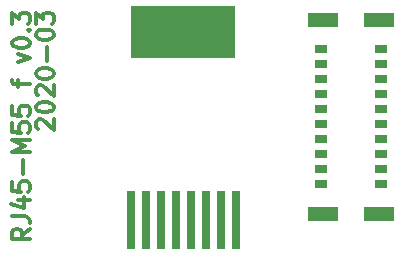
<source format=gbr>
G04 #@! TF.GenerationSoftware,KiCad,Pcbnew,5.1.5*
G04 #@! TF.CreationDate,2020-03-22T18:40:06-04:00*
G04 #@! TF.ProjectId,M55-RJ45,4d35352d-524a-4343-952e-6b696361645f,rev?*
G04 #@! TF.SameCoordinates,Original*
G04 #@! TF.FileFunction,Paste,Top*
G04 #@! TF.FilePolarity,Positive*
%FSLAX46Y46*%
G04 Gerber Fmt 4.6, Leading zero omitted, Abs format (unit mm)*
G04 Created by KiCad (PCBNEW 5.1.5) date 2020-03-22 18:40:06*
%MOMM*%
%LPD*%
G04 APERTURE LIST*
%ADD10C,0.300000*%
%ADD11R,0.760000X5.000000*%
%ADD12R,8.800000X4.500000*%
%ADD13R,1.100000X0.800000*%
%ADD14R,2.500000X1.200000*%
G04 APERTURE END LIST*
D10*
X43321428Y-129337857D02*
X43250000Y-129266428D01*
X43178571Y-129123571D01*
X43178571Y-128766428D01*
X43250000Y-128623571D01*
X43321428Y-128552142D01*
X43464285Y-128480714D01*
X43607142Y-128480714D01*
X43821428Y-128552142D01*
X44678571Y-129409285D01*
X44678571Y-128480714D01*
X43178571Y-127552142D02*
X43178571Y-127409285D01*
X43250000Y-127266428D01*
X43321428Y-127195000D01*
X43464285Y-127123571D01*
X43750000Y-127052142D01*
X44107142Y-127052142D01*
X44392857Y-127123571D01*
X44535714Y-127195000D01*
X44607142Y-127266428D01*
X44678571Y-127409285D01*
X44678571Y-127552142D01*
X44607142Y-127695000D01*
X44535714Y-127766428D01*
X44392857Y-127837857D01*
X44107142Y-127909285D01*
X43750000Y-127909285D01*
X43464285Y-127837857D01*
X43321428Y-127766428D01*
X43250000Y-127695000D01*
X43178571Y-127552142D01*
X43321428Y-126480714D02*
X43250000Y-126409285D01*
X43178571Y-126266428D01*
X43178571Y-125909285D01*
X43250000Y-125766428D01*
X43321428Y-125695000D01*
X43464285Y-125623571D01*
X43607142Y-125623571D01*
X43821428Y-125695000D01*
X44678571Y-126552142D01*
X44678571Y-125623571D01*
X43178571Y-124695000D02*
X43178571Y-124552142D01*
X43250000Y-124409285D01*
X43321428Y-124337857D01*
X43464285Y-124266428D01*
X43750000Y-124195000D01*
X44107142Y-124195000D01*
X44392857Y-124266428D01*
X44535714Y-124337857D01*
X44607142Y-124409285D01*
X44678571Y-124552142D01*
X44678571Y-124695000D01*
X44607142Y-124837857D01*
X44535714Y-124909285D01*
X44392857Y-124980714D01*
X44107142Y-125052142D01*
X43750000Y-125052142D01*
X43464285Y-124980714D01*
X43321428Y-124909285D01*
X43250000Y-124837857D01*
X43178571Y-124695000D01*
X44107142Y-123552142D02*
X44107142Y-122409285D01*
X43178571Y-121409285D02*
X43178571Y-121266428D01*
X43250000Y-121123571D01*
X43321428Y-121052142D01*
X43464285Y-120980714D01*
X43750000Y-120909285D01*
X44107142Y-120909285D01*
X44392857Y-120980714D01*
X44535714Y-121052142D01*
X44607142Y-121123571D01*
X44678571Y-121266428D01*
X44678571Y-121409285D01*
X44607142Y-121552142D01*
X44535714Y-121623571D01*
X44392857Y-121695000D01*
X44107142Y-121766428D01*
X43750000Y-121766428D01*
X43464285Y-121695000D01*
X43321428Y-121623571D01*
X43250000Y-121552142D01*
X43178571Y-121409285D01*
X43178571Y-120409285D02*
X43178571Y-119480714D01*
X43750000Y-119980714D01*
X43750000Y-119766428D01*
X43821428Y-119623571D01*
X43892857Y-119552142D01*
X44035714Y-119480714D01*
X44392857Y-119480714D01*
X44535714Y-119552142D01*
X44607142Y-119623571D01*
X44678571Y-119766428D01*
X44678571Y-120195000D01*
X44607142Y-120337857D01*
X44535714Y-120409285D01*
X42678571Y-137766428D02*
X41964285Y-138266428D01*
X42678571Y-138623571D02*
X41178571Y-138623571D01*
X41178571Y-138052142D01*
X41250000Y-137909285D01*
X41321428Y-137837857D01*
X41464285Y-137766428D01*
X41678571Y-137766428D01*
X41821428Y-137837857D01*
X41892857Y-137909285D01*
X41964285Y-138052142D01*
X41964285Y-138623571D01*
X41178571Y-136695000D02*
X42250000Y-136695000D01*
X42464285Y-136766428D01*
X42607142Y-136909285D01*
X42678571Y-137123571D01*
X42678571Y-137266428D01*
X41678571Y-135337857D02*
X42678571Y-135337857D01*
X41107142Y-135695000D02*
X42178571Y-136052142D01*
X42178571Y-135123571D01*
X41178571Y-133837857D02*
X41178571Y-134552142D01*
X41892857Y-134623571D01*
X41821428Y-134552142D01*
X41750000Y-134409285D01*
X41750000Y-134052142D01*
X41821428Y-133909285D01*
X41892857Y-133837857D01*
X42035714Y-133766428D01*
X42392857Y-133766428D01*
X42535714Y-133837857D01*
X42607142Y-133909285D01*
X42678571Y-134052142D01*
X42678571Y-134409285D01*
X42607142Y-134552142D01*
X42535714Y-134623571D01*
X42107142Y-133123571D02*
X42107142Y-131980714D01*
X42678571Y-131266428D02*
X41178571Y-131266428D01*
X42250000Y-130766428D01*
X41178571Y-130266428D01*
X42678571Y-130266428D01*
X41178571Y-128837857D02*
X41178571Y-129552142D01*
X41892857Y-129623571D01*
X41821428Y-129552142D01*
X41750000Y-129409285D01*
X41750000Y-129052142D01*
X41821428Y-128909285D01*
X41892857Y-128837857D01*
X42035714Y-128766428D01*
X42392857Y-128766428D01*
X42535714Y-128837857D01*
X42607142Y-128909285D01*
X42678571Y-129052142D01*
X42678571Y-129409285D01*
X42607142Y-129552142D01*
X42535714Y-129623571D01*
X41178571Y-127409285D02*
X41178571Y-128123571D01*
X41892857Y-128195000D01*
X41821428Y-128123571D01*
X41750000Y-127980714D01*
X41750000Y-127623571D01*
X41821428Y-127480714D01*
X41892857Y-127409285D01*
X42035714Y-127337857D01*
X42392857Y-127337857D01*
X42535714Y-127409285D01*
X42607142Y-127480714D01*
X42678571Y-127623571D01*
X42678571Y-127980714D01*
X42607142Y-128123571D01*
X42535714Y-128195000D01*
X41678571Y-125766428D02*
X41678571Y-125195000D01*
X42678571Y-125552142D02*
X41392857Y-125552142D01*
X41250000Y-125480714D01*
X41178571Y-125337857D01*
X41178571Y-125195000D01*
X41678571Y-123695000D02*
X42678571Y-123337857D01*
X41678571Y-122980714D01*
X41178571Y-122123571D02*
X41178571Y-121980714D01*
X41250000Y-121837857D01*
X41321428Y-121766428D01*
X41464285Y-121695000D01*
X41750000Y-121623571D01*
X42107142Y-121623571D01*
X42392857Y-121695000D01*
X42535714Y-121766428D01*
X42607142Y-121837857D01*
X42678571Y-121980714D01*
X42678571Y-122123571D01*
X42607142Y-122266428D01*
X42535714Y-122337857D01*
X42392857Y-122409285D01*
X42107142Y-122480714D01*
X41750000Y-122480714D01*
X41464285Y-122409285D01*
X41321428Y-122337857D01*
X41250000Y-122266428D01*
X41178571Y-122123571D01*
X42535714Y-120980714D02*
X42607142Y-120909285D01*
X42678571Y-120980714D01*
X42607142Y-121052142D01*
X42535714Y-120980714D01*
X42678571Y-120980714D01*
X41178571Y-120409285D02*
X41178571Y-119480714D01*
X41750000Y-119980714D01*
X41750000Y-119766428D01*
X41821428Y-119623571D01*
X41892857Y-119552142D01*
X42035714Y-119480714D01*
X42392857Y-119480714D01*
X42535714Y-119552142D01*
X42607142Y-119623571D01*
X42678571Y-119766428D01*
X42678571Y-120195000D01*
X42607142Y-120337857D01*
X42535714Y-120409285D01*
D11*
X51232820Y-137060620D03*
X52502820Y-137060620D03*
X53772820Y-137060620D03*
X55042820Y-137060620D03*
X56312820Y-137060620D03*
X57582820Y-137060620D03*
X58852820Y-137060620D03*
X60122820Y-137060620D03*
D12*
X55677820Y-121130620D03*
D13*
X67310000Y-133985000D03*
X72390000Y-133985000D03*
X67310000Y-132715000D03*
X72390000Y-132715000D03*
X67310000Y-131445000D03*
X72390000Y-131445000D03*
X67310000Y-130175000D03*
X72390000Y-130175000D03*
X67310000Y-128905000D03*
X72390000Y-128905000D03*
X67310000Y-127635000D03*
X72390000Y-127635000D03*
X67310000Y-126365000D03*
X72390000Y-126365000D03*
X67310000Y-125095000D03*
X72390000Y-125095000D03*
X67310000Y-123825000D03*
X72390000Y-123825000D03*
X67310000Y-122555000D03*
X72390000Y-122555000D03*
D14*
X67475000Y-120060000D03*
X72225000Y-120060000D03*
X67475000Y-136480000D03*
X72225000Y-136480000D03*
M02*

</source>
